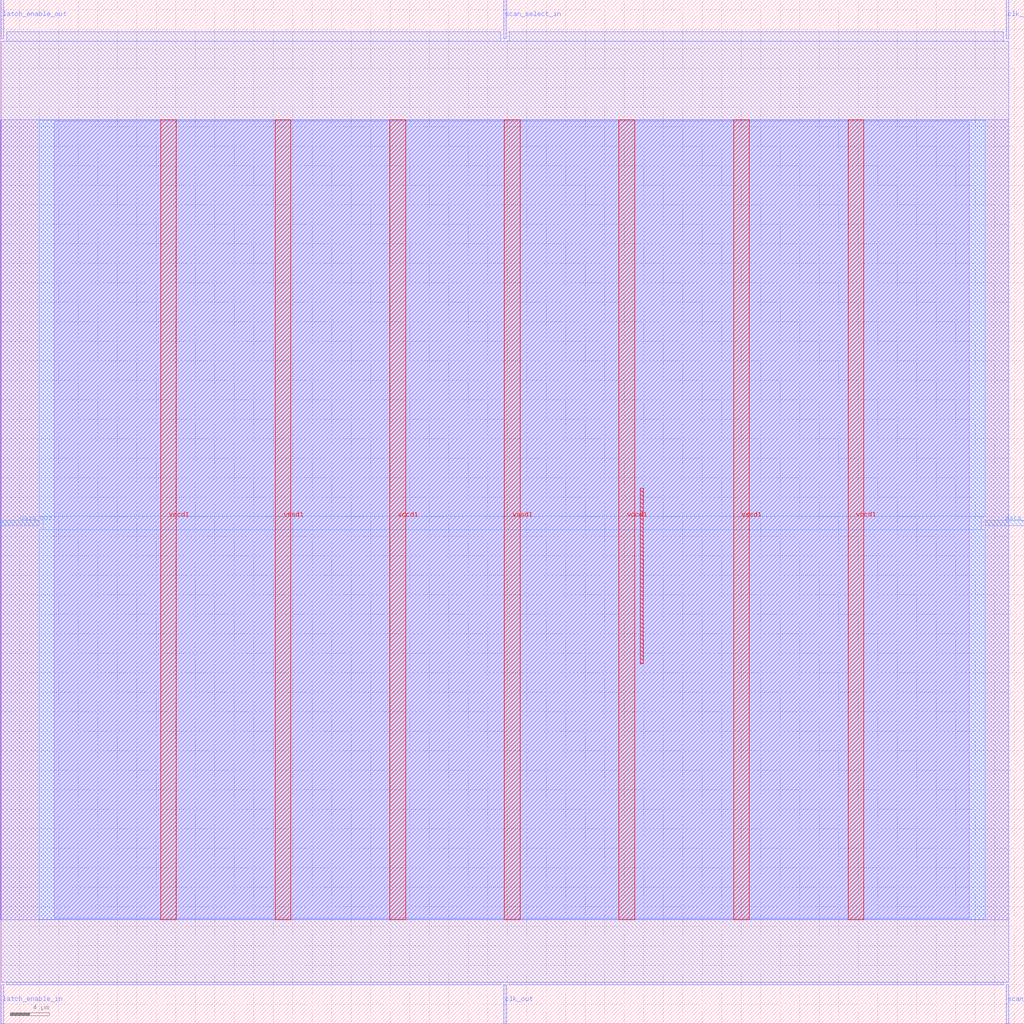
<source format=lef>
VERSION 5.7 ;
  NOWIREEXTENSIONATPIN ON ;
  DIVIDERCHAR "/" ;
  BUSBITCHARS "[]" ;
MACRO scan_wrapper_341710255833481812
  CLASS BLOCK ;
  FOREIGN scan_wrapper_341710255833481812 ;
  ORIGIN 0.000 0.000 ;
  SIZE 105.000 BY 105.000 ;
  PIN clk_in
    DIRECTION INPUT ;
    USE SIGNAL ;
    PORT
      LAYER met2 ;
        RECT 103.130 101.000 103.410 105.000 ;
    END
  END clk_in
  PIN clk_out
    DIRECTION OUTPUT TRISTATE ;
    USE SIGNAL ;
    PORT
      LAYER met2 ;
        RECT 51.610 0.000 51.890 4.000 ;
    END
  END clk_out
  PIN data_in
    DIRECTION INPUT ;
    USE SIGNAL ;
    PORT
      LAYER met3 ;
        RECT 101.000 51.040 105.000 51.640 ;
    END
  END data_in
  PIN data_out
    DIRECTION OUTPUT TRISTATE ;
    USE SIGNAL ;
    PORT
      LAYER met3 ;
        RECT 0.000 51.040 4.000 51.640 ;
    END
  END data_out
  PIN latch_enable_in
    DIRECTION INPUT ;
    USE SIGNAL ;
    PORT
      LAYER met2 ;
        RECT 0.090 0.000 0.370 4.000 ;
    END
  END latch_enable_in
  PIN latch_enable_out
    DIRECTION OUTPUT TRISTATE ;
    USE SIGNAL ;
    PORT
      LAYER met2 ;
        RECT 0.090 101.000 0.370 105.000 ;
    END
  END latch_enable_out
  PIN scan_select_in
    DIRECTION INPUT ;
    USE SIGNAL ;
    PORT
      LAYER met2 ;
        RECT 51.610 101.000 51.890 105.000 ;
    END
  END scan_select_in
  PIN scan_select_out
    DIRECTION OUTPUT TRISTATE ;
    USE SIGNAL ;
    PORT
      LAYER met2 ;
        RECT 103.130 0.000 103.410 4.000 ;
    END
  END scan_select_out
  PIN vccd1
    DIRECTION INOUT ;
    USE POWER ;
    PORT
      LAYER met4 ;
        RECT 16.465 10.640 18.065 92.720 ;
    END
    PORT
      LAYER met4 ;
        RECT 39.955 10.640 41.555 92.720 ;
    END
    PORT
      LAYER met4 ;
        RECT 63.445 10.640 65.045 92.720 ;
    END
    PORT
      LAYER met4 ;
        RECT 86.935 10.640 88.535 92.720 ;
    END
  END vccd1
  PIN vssd1
    DIRECTION INOUT ;
    USE GROUND ;
    PORT
      LAYER met4 ;
        RECT 28.210 10.640 29.810 92.720 ;
    END
    PORT
      LAYER met4 ;
        RECT 51.700 10.640 53.300 92.720 ;
    END
    PORT
      LAYER met4 ;
        RECT 75.190 10.640 76.790 92.720 ;
    END
  END vssd1
  OBS
      LAYER li1 ;
        RECT 5.520 10.795 99.360 92.565 ;
      LAYER met1 ;
        RECT 0.070 10.640 103.430 92.720 ;
      LAYER met2 ;
        RECT 0.650 100.720 51.330 101.730 ;
        RECT 52.170 100.720 102.850 101.730 ;
        RECT 0.100 4.280 103.400 100.720 ;
        RECT 0.650 4.000 51.330 4.280 ;
        RECT 52.170 4.000 102.850 4.280 ;
      LAYER met3 ;
        RECT 4.000 52.040 101.000 92.645 ;
        RECT 4.400 50.640 100.600 52.040 ;
        RECT 4.000 10.715 101.000 50.640 ;
      LAYER met4 ;
        RECT 65.615 36.895 65.945 54.905 ;
  END
END scan_wrapper_341710255833481812
END LIBRARY


</source>
